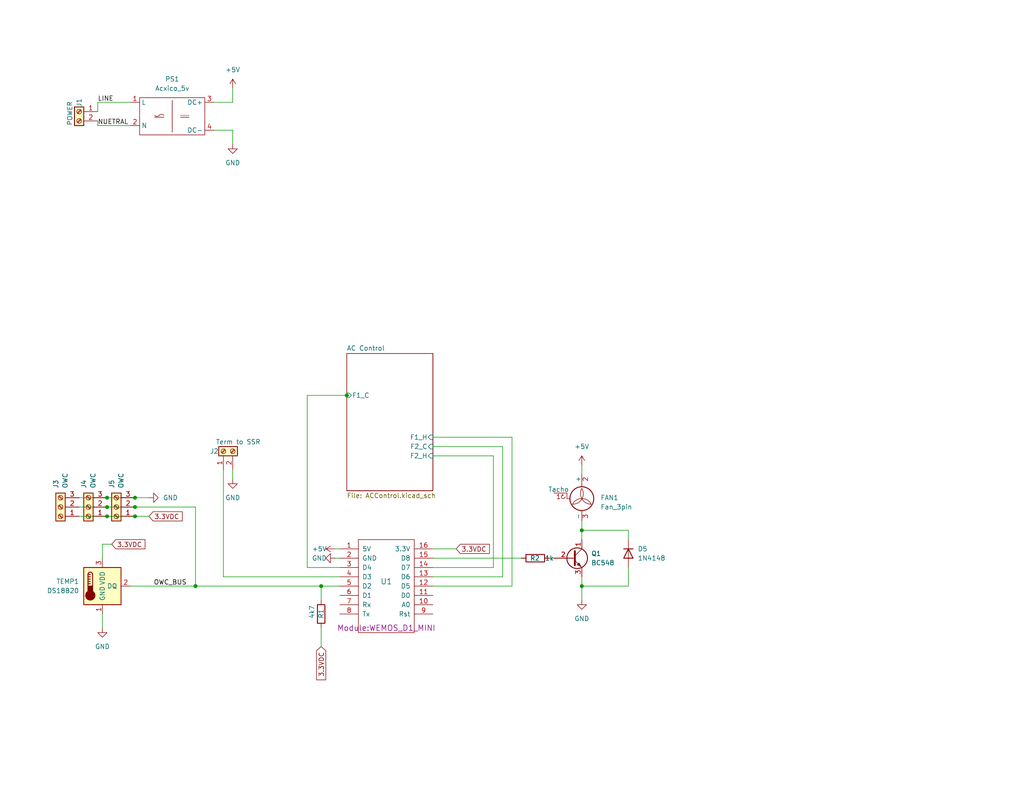
<source format=kicad_sch>
(kicad_sch (version 20211123) (generator eeschema)
  (paper "USLetter")
  (title_block (title "Glycol/Fermenter Control Circuit") (date "2023-01-31") (rev "1.0"))
  (lib_symbols
    (symbol "Connector:Screw_Terminal_01x02" (pin_names (offset 1.016) hide)
      (property "Reference" "J" (at 0 2.54 0))
      (property "Value" "Screw_Terminal_01x02" (at 0 -5.08 0))
      (symbol "Screw_Terminal_01x02_1_1"
        (rectangle (start -1.27 1.27) (end 1.27 -3.81) (stroke (width 0.254)) (fill (type background)))
        (circle (center 0 -2.54) (radius 0.635) (stroke (width 0.1524)))
        (polyline (pts (xy -0.5334 -2.2098) (xy 0.3302 -3.048)) (stroke (width 0.1524)))
        (polyline (pts (xy -0.5334 0.3302) (xy 0.3302 -0.508)) (stroke (width 0.1524)))
        (polyline (pts (xy -0.3556 -2.032) (xy 0.508 -2.8702)) (stroke (width 0.1524)))
        (polyline (pts (xy -0.3556 0.508) (xy 0.508 -0.3302)) (stroke (width 0.1524)))
        (circle (center 0 0) (radius 0.635) (stroke (width 0.1524)))
        (pin passive line (at -5.08 0 0) (length 3.81) (name "Pin_1") (number "1"))
        (pin passive line (at -5.08 -2.54 0) (length 3.81) (name "Pin_2") (number "2"))
      )
    )
    (symbol "Connector:Screw_Terminal_01x03" (pin_names (offset 1.016) hide)
      (property "Reference" "J" (at 0 5.08 0))
      (property "Value" "Screw_Terminal_01x03" (at 0 -5.08 0))
      (symbol "Screw_Terminal_01x03_1_1"
        (rectangle (start -1.27 3.81) (end 1.27 -3.81) (stroke (width 0.254)) (fill (type background)))
        (circle (center 0 -2.54) (radius 0.635) (stroke (width 0.1524)))
        (polyline (pts (xy -0.5334 -2.2098) (xy 0.3302 -3.048)) (stroke (width 0.1524)))
        (polyline (pts (xy -0.5334 0.3302) (xy 0.3302 -0.508)) (stroke (width 0.1524)))
        (polyline (pts (xy -0.5334 2.8702) (xy 0.3302 2.032)) (stroke (width 0.1524)))
        (polyline (pts (xy -0.3556 -2.032) (xy 0.508 -2.8702)) (stroke (width 0.1524)))
        (polyline (pts (xy -0.3556 0.508) (xy 0.508 -0.3302)) (stroke (width 0.1524)))
        (polyline (pts (xy -0.3556 3.048) (xy 0.508 2.2098)) (stroke (width 0.1524)))
        (circle (center 0 0) (radius 0.635) (stroke (width 0.1524)))
        (circle (center 0 2.54) (radius 0.635) (stroke (width 0.1524)))
        (pin passive line (at -5.08 2.54 0) (length 3.81) (name "Pin_1") (number "1"))
        (pin passive line (at -5.08 0 0) (length 3.81) (name "Pin_2") (number "2"))
        (pin passive line (at -5.08 -2.54 0) (length 3.81) (name "Pin_3") (number "3"))
      )
    )
    (symbol "Converter_ACDC:Acxico_5v"
      (property "Reference" "PS" (at 0 6.35 0))
      (property "Value" "Acxico_5v" (at 0 -6.35 0))
      (symbol "Acxico_5v_0_1"
        (rectangle (start -8.89 5.08) (end 8.89 -5.08))
        (arc (start -4.826 0.254) (mid -4.191 -0.0089) (end -3.556 0.254))
        (arc (start -2.286 0.254) (mid -2.921 0.516) (end -3.556 0.254))
        (polyline (pts (xy -4.826 -0.254) (xy -2.286 -0.254)))
        (polyline (pts (xy 0 4.318) (xy 0 -4.318)))
        (polyline (pts (xy 2.286 -0.254) (xy 4.572 -0.254)))
        (polyline (pts (xy 2.286 0.254) (xy 2.54 0.254)))
        (polyline (pts (xy 2.794 0.254) (xy 3.048 0.254)))
        (polyline (pts (xy 3.302 0.254) (xy 3.556 0.254)))
        (polyline (pts (xy 3.81 0.254) (xy 4.064 0.254)))
        (polyline (pts (xy 4.318 0.254) (xy 4.572 0.254)))
      )
      (symbol "Acxico_5v_1_1"
        (pin input line (at -11.43 3.81 0) (length 2.54) (name "L") (number "1"))
        (pin input line (at -11.43 -2.54 0) (length 2.54) (name "N") (number "2"))
        (pin output line (at 11.43 3.81 180) (length 2.54) (name "DC+") (number "3"))
        (pin output line (at 11.43 -3.81 180) (length 2.54) (name "DC-") (number "4"))
      )
    )
    (symbol "Device:R" (pin_numbers hide) (pin_names (offset 0))
      (property "Reference" "R" (at 2.032 0 90))
      (property "Value" "R" (at 0 0 90))
      (symbol "R_0_1"
        (rectangle (start -1.016 -2.54) (end 1.016 2.54) (stroke (width 0.254)))
      )
      (symbol "R_1_1"
        (pin passive line (at 0 3.81 270) (length 1.27) (name "~") (number "1"))
        (pin passive line (at 0 -3.81 90) (length 1.27) (name "~") (number "2"))
      )
    )
    (symbol "Diode:1N4148" (pin_numbers hide) (pin_names hide)
      (property "Reference" "D" (at 0 2.54 0))
      (property "Value" "1N4148" (at 0 -2.54 0))
      (symbol "1N4148_0_1"
        (polyline (pts (xy -1.27 1.27) (xy -1.27 -1.27)) (stroke (width 0.254)))
        (polyline (pts (xy 1.27 0) (xy -1.27 0)))
        (polyline (pts (xy 1.27 1.27) (xy 1.27 -1.27) (xy -1.27 0) (xy 1.27 1.27)) (stroke (width 0.254)))
      )
      (symbol "1N4148_1_1"
        (pin passive line (at -3.81 0 0) (length 2.54) (name "K") (number "1"))
        (pin passive line (at 3.81 0 180) (length 2.54) (name "A") (number "2"))
      )
    )
    (symbol "Glycol_Chiller-rescue:WeMos_mini-wemos_mini" (pin_names (offset 1.016))
      (property "Reference" "U" (at 0 12.7 0))
      (property "Value" "WeMos_mini-wemos_mini" (at 0 -12.7 0))
      (symbol "WeMos_mini-wemos_mini_0_1"
        (rectangle (start -7.62 11.43) (end 7.62 -13.97))
      )
      (symbol "WeMos_mini-wemos_mini_1_1"
        (pin power_in line (at -12.7 8.89 0) (length 5.08) (name "5V") (number "1"))
        (pin bidirectional line (at 12.7 -6.35 180) (length 5.08) (name "A0") (number "10"))
        (pin bidirectional line (at 12.7 -3.81 180) (length 5.08) (name "D0") (number "11"))
        (pin bidirectional line (at 12.7 -1.27 180) (length 5.08) (name "D5") (number "12"))
        (pin bidirectional line (at 12.7 1.27 180) (length 5.08) (name "D6") (number "13"))
        (pin bidirectional line (at 12.7 3.81 180) (length 5.08) (name "D7") (number "14"))
        (pin bidirectional line (at 12.7 6.35 180) (length 5.08) (name "D8") (number "15"))
        (pin power_out line (at 12.7 8.89 180) (length 5.08) (name "3.3V") (number "16"))
        (pin power_in line (at -12.7 6.35 0) (length 5.08) (name "GND") (number "2"))
        (pin bidirectional line (at -12.7 3.81 0) (length 5.08) (name "D4") (number "3"))
        (pin bidirectional line (at -12.7 1.27 0) (length 5.08) (name "D3") (number "4"))
        (pin bidirectional line (at -12.7 -1.27 0) (length 5.08) (name "D2") (number "5"))
        (pin bidirectional line (at -12.7 -3.81 0) (length 5.08) (name "D1") (number "6"))
        (pin bidirectional line (at -12.7 -6.35 0) (length 5.08) (name "Rx") (number "7"))
        (pin bidirectional line (at -12.7 -8.89 0) (length 5.08) (name "Tx") (number "8"))
        (pin bidirectional line (at 12.7 -8.89 180) (length 5.08) (name "Rst") (number "9"))
      )
    )
    (symbol "Motor:Fan_3pin" (pin_names (offset 0))
      (property "Reference" "M" (at 2.54 2.54 0))
      (property "Value" "Fan_3pin" (at 2.54 -5.08 0))
      (symbol "Fan_3pin_0_0"
        (arc (start -5.588 -1.016) (mid -5.08 -1.524) (end -4.572 -1.016))
        (arc (start -5.08 -0.508) (mid -5.4392 -0.6568) (end -5.588 -1.016))
        (polyline (pts (xy -5.08 -0.508) (xy -5.334 -0.381)))
        (polyline (pts (xy -5.08 -0.508) (xy -5.207 -0.762)))
        (polyline (pts (xy -4.064 0) (xy -4.064 -1.524) (xy -3.302 -1.524)))
      )
      (symbol "Fan_3pin_0_1"
        (arc (start -2.54 -3.048) (mid 0.0028 -1.6279) (end 0 1.27))
        (circle (center 0 -1.524) (radius 3.2512) (stroke (width 0.254)))
        (polyline (pts (xy -4.064 0) (xy -5.08 0)))
        (polyline (pts (xy 0 -7.62) (xy 0 -7.112)))
        (polyline (pts (xy 0 -4.7752) (xy 0 -5.1816)))
        (polyline (pts (xy 0 1.7272) (xy 0 2.0828)))
        (polyline (pts (xy 0 2.032) (xy 0 2.54)))
        (arc (start 0 1.27) (mid 0.053 -1.619) (end 2.54 -3.048))
        (arc (start 2.54 -3.048) (mid 0 -1.4782) (end -2.54 -3.048))
      )
      (symbol "Fan_3pin_1_1"
        (pin passive line (at -7.62 0 0) (length 2.54) (name "Tacho") (number "1"))
        (pin passive line (at 0 5.08 270) (length 2.54) (name "+") (number "2"))
        (pin passive line (at 0 -7.62 90) (length 2.54) (name "-") (number "3"))
      )
    )
    (symbol "Sensor_Temperature:DS18B20" (pin_names (offset 1.016))
      (property "Reference" "U" (at -3.81 6.35 0))
      (property "Value" "DS18B20" (at 6.35 6.35 0))
      (symbol "DS18B20_0_1"
        (rectangle (start -5.08 5.08) (end 5.08 -5.08) (stroke (width 0.254)) (fill (type background)))
        (circle (center -3.302 -2.54) (radius 1.27) (stroke (width 0.254)) (fill (type outline)))
        (rectangle (start -2.667 -1.905) (end -3.937 0) (stroke (width 0.254)) (fill (type outline)))
        (arc (start -2.667 3.175) (mid -3.302 3.81) (end -3.937 3.175) (stroke (width 0.254)))
        (polyline (pts (xy -3.937 0.635) (xy -3.302 0.635)) (stroke (width 0.254)))
        (polyline (pts (xy -3.937 1.27) (xy -3.302 1.27)) (stroke (width 0.254)))
        (polyline (pts (xy -3.937 1.905) (xy -3.302 1.905)) (stroke (width 0.254)))
        (polyline (pts (xy -3.937 2.54) (xy -3.302 2.54)) (stroke (width 0.254)))
        (polyline (pts (xy -3.937 3.175) (xy -3.937 0)) (stroke (width 0.254)))
        (polyline (pts (xy -3.937 3.175) (xy -3.302 3.175)) (stroke (width 0.254)))
        (polyline (pts (xy -2.667 3.175) (xy -2.667 0)) (stroke (width 0.254)))
      )
      (symbol "DS18B20_1_1"
        (pin power_in line (at 0 -7.62 90) (length 2.54) (name "GND") (number "1"))
        (pin bidirectional line (at 7.62 0 180) (length 2.54) (name "DQ") (number "2"))
        (pin power_in line (at 0 7.62 270) (length 2.54) (name "VDD") (number "3"))
      )
    )
    (symbol "Transistor_BJT:BC548" (pin_names (offset 0) hide)
      (property "Reference" "Q" (at 5.08 1.905 0))
      (property "Value" "BC548" (at 5.08 0 0))
      (symbol "BC548_0_1"
        (polyline (pts (xy 0 0) (xy 0.635 0)))
        (polyline (pts (xy 0.635 0.635) (xy 2.54 2.54)))
        (polyline (pts (xy 0.635 -0.635) (xy 2.54 -2.54) (xy 2.54 -2.54)))
        (polyline (pts (xy 0.635 1.905) (xy 0.635 -1.905) (xy 0.635 -1.905)) (stroke (width 0.508)))
        (polyline (pts (xy 1.27 -1.778) (xy 1.778 -1.27) (xy 2.286 -2.286) (xy 1.27 -1.778) (xy 1.27 -1.778)) (fill (type outline)))
        (circle (center 1.27 0) (radius 2.8194) (stroke (width 0.254)))
      )
      (symbol "BC548_1_1"
        (pin passive line (at 2.54 5.08 270) (length 2.54) (name "C") (number "1"))
        (pin input line (at -5.08 0 0) (length 5.08) (name "B") (number "2"))
        (pin passive line (at 2.54 -5.08 90) (length 2.54) (name "E") (number "3"))
      )
    )
    (symbol "power:+5V" (power) (pin_names (offset 0))
      (property "Value" "+5V" (at 0 3.556 0))
      (symbol "+5V_0_1"
        (polyline (pts (xy -0.762 1.27) (xy 0 2.54)))
        (polyline (pts (xy 0 0) (xy 0 2.54)))
        (polyline (pts (xy 0 2.54) (xy 0.762 1.27)))
      )
      (symbol "+5V_1_1"
        (pin power_in line (at 0 0 90) (length 0) hide (name "+5V") (number "1"))
      )
    )
    (symbol "power:GND" (power) (pin_names (offset 0))
      (property "Value" "GND" (at 0 -3.81 0))
      (symbol "GND_0_1"
        (polyline (pts (xy 0 0) (xy 0 -1.27) (xy 1.27 -1.27) (xy 0 -2.54) (xy -1.27 -1.27) (xy 0 -1.27)))
      )
      (symbol "GND_1_1"
        (pin power_in line (at 0 0 270) (length 0) hide (name "GND") (number "1"))
      )
    )
  )
  (junction (at 158.75 144.78))
  (junction (at 87.63 160.02))
  (junction (at 36.83 140.97))
  (junction (at 29.21 135.89))
  (junction (at 29.21 140.97))
  (junction (at 36.83 135.89))
  (junction (at 36.83 138.43))
  (junction (at 158.75 160.02))
  (junction (at 94.615 107.95))
  (junction (at 29.21 138.43))
  (junction (at 53.34 160.02))
  (wire (pts (xy 29.21 140.97) (xy 36.83 140.97)))
  (wire (pts (xy 35.56 160.02) (xy 53.34 160.02)))
  (wire (pts (xy 53.34 160.02) (xy 87.63 160.02)))
  (wire (pts (xy 60.96 128.27) (xy 60.96 157.48)))
  (wire (pts (xy 26.67 33.02) (xy 26.67 34.29)))
  (wire (pts (xy 137.16 121.92) (xy 118.11 121.92)))
  (wire (pts (xy 63.5 128.27) (xy 63.5 130.81)))
  (wire (pts (xy 118.11 119.38) (xy 139.7 119.38)))
  (wire (pts (xy 29.21 138.43) (xy 36.83 138.43)))
  (wire (pts (xy 26.67 34.29) (xy 35.56 34.29)))
  (wire (pts (xy 118.11 152.4) (xy 142.24 152.4)))
  (wire (pts (xy 118.11 157.48) (xy 137.16 157.48)))
  (wire (pts (xy 58.42 35.56) (xy 63.5 35.56)))
  (wire (pts (xy 91.44 152.4) (xy 92.71 152.4)))
  (wire (pts (xy 87.63 171.45) (xy 87.63 176.53)))
  (wire (pts (xy 158.75 144.78) (xy 158.75 147.32)))
  (wire (pts (xy 171.45 144.78) (xy 171.45 147.32)))
  (wire (pts (xy 60.96 157.48) (xy 92.71 157.48)))
  (wire (pts (xy 91.44 149.86) (xy 92.71 149.86)))
  (wire (pts (xy 158.75 127) (xy 158.75 129.54)))
  (wire (pts (xy 158.75 160.02) (xy 158.75 163.83)))
  (wire (pts (xy 87.63 160.02) (xy 92.71 160.02)))
  (wire (pts (xy 21.59 135.89) (xy 29.21 135.89)))
  (wire (pts (xy 134.62 154.94) (xy 134.62 124.46)))
  (wire (pts (xy 83.82 107.95) (xy 94.615 107.95)))
  (wire (pts (xy 27.94 152.4) (xy 27.94 148.59)))
  (wire (pts (xy 158.75 144.78) (xy 171.45 144.78)))
  (wire (pts (xy 36.83 135.89) (xy 40.64 135.89)))
  (wire (pts (xy 63.5 24.13) (xy 63.5 27.94)))
  (wire (pts (xy 29.21 135.89) (xy 36.83 135.89)))
  (wire (pts (xy 171.45 160.02) (xy 171.45 154.94)))
  (wire (pts (xy 137.16 157.48) (xy 137.16 121.92)))
  (wire (pts (xy 36.83 140.97) (xy 40.64 140.97)))
  (wire (pts (xy 26.67 30.48) (xy 26.67 27.94)))
  (wire (pts (xy 139.7 119.38) (xy 139.7 160.02)))
  (wire (pts (xy 118.11 124.46) (xy 134.62 124.46)))
  (wire (pts (xy 94.615 107.95) (xy 95.25 107.95)))
  (wire (pts (xy 63.5 35.56) (xy 63.5 39.37)))
  (wire (pts (xy 118.11 160.02) (xy 139.7 160.02)))
  (wire (pts (xy 53.34 138.43) (xy 53.34 160.02)))
  (wire (pts (xy 83.82 154.94) (xy 83.82 107.95)))
  (wire (pts (xy 118.11 149.86) (xy 124.46 149.86)))
  (wire (pts (xy 92.71 154.94) (xy 83.82 154.94)))
  (wire (pts (xy 26.67 27.94) (xy 35.56 27.94)))
  (wire (pts (xy 36.83 138.43) (xy 53.34 138.43)))
  (wire (pts (xy 118.11 154.94) (xy 134.62 154.94)))
  (wire (pts (xy 149.86 152.4) (xy 151.13 152.4)))
  (wire (pts (xy 158.75 142.24) (xy 158.75 144.78)))
  (wire (pts (xy 58.42 27.94) (xy 63.5 27.94)))
  (wire (pts (xy 158.75 157.48) (xy 158.75 160.02)))
  (wire (pts (xy 87.63 163.83) (xy 87.63 160.02)))
  (wire (pts (xy 21.59 140.97) (xy 29.21 140.97)))
  (wire (pts (xy 158.75 160.02) (xy 171.45 160.02)))
  (wire (pts (xy 27.94 167.64) (xy 27.94 171.45)))
  (wire (pts (xy 21.59 138.43) (xy 29.21 138.43)))
  (wire (pts (xy 27.94 148.59) (xy 30.48 148.59)))
  (label "OWC_BUS" (at 41.91 160.02 0))
  (label "NUETRAL" (at 26.67 34.29 0))
  (label "LINE" (at 26.67 27.94 0))
  (global_label "3.3VDC" (shape input) (at 30.48 148.59 0) (property "Intersheet References" "${INTERSHEET_REFS}" (effects hide)))
  (global_label "3.3VDC" (shape input) (at 124.46 149.86 0) (property "Intersheet References" "${INTERSHEET_REFS}" (effects hide)))
  (global_label "3.3VDC" (shape input) (at 40.64 140.97 0) (property "Intersheet References" "${INTERSHEET_REFS}" (effects hide)))
  (global_label "3.3VDC" (shape input) (at 87.63 176.53 270) (property "Intersheet References" "${INTERSHEET_REFS}" (effects hide)))
  (symbol (lib_id "Glycol_Chiller-rescue:WeMos_mini-wemos_mini") (at 105.41 158.75 0) (unit 1)
    (property "Reference" "U1" (at 105.41 158.75 0) (effects (font (size 1.524 1.524))))
    (property "Value" "WeMos_mini" (effects hide))
    (property "Footprint" "Module:WEMOS_D1_MINI" (at 105.41 171.45 0) (effects (font (size 1.524 1.524))))
    (property "Datasheet" "http://www.wemos.cc/Products/d1_mini.html" (effects hide))
  )
  (symbol (lib_id "Connector:Screw_Terminal_01x02") (at 60.96 123.19 90) (unit 1)
    (property "Reference" "J2" (at 59.69 123.19 90) (effects (justify left)))
    (property "Value" "Term to SSR" (at 71.12 120.65 90) (effects (justify left)))
    (property "Footprint" "TerminalBlock:TerminalBlock_Altech_AK300-2_P5.00mm" (effects hide))
  )
  (symbol (lib_id "power:GND") (at 63.5 130.81 0) (unit 1)
    (property "Reference" "#PWR0105" (effects hide))
    (property "Value" "GND" (at 63.5 135.89 0))
  )
  (symbol (lib_id "Connector:Screw_Terminal_01x03") (at 31.75 138.43 180) (unit 1)
    (property "Reference" "J5" (at 30.4799 133.35 90) (effects (justify right)))
    (property "Value" "OWC" (at 33.0199 133.35 90) (effects (justify right)))
    (property "Footprint" "Connector_JST:JST_XH_B3B-XH-AM_1x03_P2.50mm_Vertical" (effects hide))
  )
  (symbol (lib_id "Connector:Screw_Terminal_01x02") (at 21.59 30.48 0) (mirror y) (unit 1)
    (property "Reference" "J1" (at 21.59 29.21 90) (effects (justify left)))
    (property "Value" "POWER" (at 19.05 34.29 90) (effects (justify left)))
    (property "Footprint" "TerminalBlock:TerminalBlock_Altech_AK300-2_P5.00mm" (effects hide))
  )
  (symbol (lib_id "Diode:1N4148") (at 171.45 151.13 270) (unit 1)
    (property "Reference" "D5" (at 173.99 149.8599 90) (effects (justify left)))
    (property "Value" "1N4148" (at 173.99 152.3999 90) (effects (justify left)))
    (property "Footprint" "Diode_SMD:D_SOD-323F" (effects hide))
    (property "Datasheet" "https://assets.nexperia.com/documents/data-sheet/1N4148_1N4448.pdf" (effects hide))
  )
  (symbol (lib_id "Device:R") (at 146.05 152.4 90) (unit 1)
    (property "Reference" "R2" (at 147.32 152.4 90) (effects (justify left)))
    (property "Value" "1k" (at 151.13 152.4 90) (effects (justify left)))
    (property "Footprint" "Resistor_THT:R_Axial_DIN0207_L6.3mm_D2.5mm_P7.62mm_Horizontal" (effects hide))
  )
  (symbol (lib_id "Device:R") (at 87.63 167.64 0) (unit 1)
    (property "Reference" "R1" (at 87.63 168.91 90) (effects (justify left)))
    (property "Value" "4k7" (at 85.09 168.91 90) (effects (justify left)))
    (property "Footprint" "Resistor_THT:R_Axial_DIN0207_L6.3mm_D2.5mm_P7.62mm_Horizontal" (effects hide))
  )
  (symbol (lib_id "Connector:Screw_Terminal_01x03") (at 24.13 138.43 180) (unit 1)
    (property "Reference" "J4" (at 22.8599 133.35 90) (effects (justify right)))
    (property "Value" "OWC" (at 25.3999 133.35 90) (effects (justify right)))
    (property "Footprint" "Connector_JST:JST_XH_B3B-XH-AM_1x03_P2.50mm_Vertical" (effects hide))
  )
  (symbol (lib_id "power:+5V") (at 158.75 127 0) (unit 1)
    (property "Reference" "#PWR0103" (effects hide))
    (property "Value" "+5V" (at 158.75 121.92 0))
  )
  (symbol (lib_id "Converter_ACDC:Acxico_5v") (at 46.99 31.75 0) (unit 1)
    (property "Reference" "PS1" (at 46.99 21.59 0))
    (property "Value" "Acxico_5v" (at 46.99 24.13 0))
    (property "Footprint" "Power:Acxico 5V 700mA Board Module Mini AC-DC 120V to 5V Power Supply" (effects hide))
  )
  (symbol (lib_id "power:GND") (at 27.94 171.45 0) (unit 1)
    (property "Reference" "#PWR0104" (effects hide))
    (property "Value" "GND" (at 27.94 176.53 0))
  )
  (symbol (lib_id "power:+5V") (at 63.5 24.13 0) (unit 1)
    (property "Reference" "#PWR0102" (effects hide))
    (property "Value" "+5V" (at 63.5 19.05 0))
  )
  (symbol (lib_id "Connector:Screw_Terminal_01x03") (at 16.51 138.43 180) (unit 1)
    (property "Reference" "J3" (at 15.2399 133.35 90) (effects (justify right)))
    (property "Value" "OWC" (at 17.7799 133.35 90) (effects (justify right)))
    (property "Footprint" "Connector_JST:JST_XH_B3B-XH-AM_1x03_P2.50mm_Vertical" (effects hide))
  )
  (symbol (lib_id "power:GND") (at 63.5 39.37 0) (unit 1)
    (property "Reference" "#PWR0101" (effects hide))
    (property "Value" "GND" (at 63.5 44.45 0))
  )
  (symbol (lib_id "power:GND") (at 158.75 163.83 0) (unit 1)
    (property "Reference" "#PWR0109" (effects hide))
    (property "Value" "GND" (at 158.75 168.91 0))
  )
  (symbol (lib_id "Sensor_Temperature:DS18B20") (at 27.94 160.02 0) (unit 1)
    (property "Reference" "TEMP1" (at 21.59 158.7499 0) (effects (justify right)))
    (property "Value" "DS18B20" (at 21.59 161.2899 0) (effects (justify right)))
    (property "Footprint" "Package_TO_SOT_THT:TO-92_Inline" (effects hide))
    (property "Datasheet" "http://datasheets.maximintegrated.com/en/ds/DS18B20.pdf" (effects hide))
  )
  (symbol (lib_id "power:GND") (at 91.44 152.4 270) (unit 1)
    (property "Reference" "#PWR0111" (effects hide))
    (property "Value" "GND" (at 85.09 152.4 90) (effects (justify left)))
  )
  (symbol (lib_id "power:GND") (at 40.64 135.89 90) (unit 1)
    (property "Reference" "#PWR0106" (effects hide))
    (property "Value" "GND" (at 44.45 135.8899 90) (effects (justify right)))
  )
  (symbol (lib_id "power:+5V") (at 91.44 149.86 90) (unit 1)
    (property "Reference" "#PWR0110" (effects hide))
    (property "Value" "+5V" (at 85.09 149.86 90) (effects (justify right)))
  )
  (symbol (lib_id "Motor:Fan_3pin") (at 158.75 134.62 0) (unit 1)
    (property "Reference" "FAN1" (at 163.83 135.8899 0) (effects (justify left)))
    (property "Value" "Fan_3pin" (at 163.83 138.4299 0) (effects (justify left)))
    (property "Footprint" "Connector_JST:JST_XH_B3B-XH-AM_1x03_P2.50mm_Vertical" (effects hide))
    (property "Datasheet" "https://www.amazon.com/Noctua-Cooling-Bearing-NF-A4X10-FLX-5V/dp/B00NEMGCIA" (effects hide))
  )
  (symbol (lib_id "Transistor_BJT:BC548") (at 156.21 152.4 0) (unit 1)
    (property "Reference" "Q1" (at 161.29 151.1299 0) (effects (justify left)))
    (property "Value" "BC548" (at 161.29 153.6699 0) (effects (justify left)))
    (property "Footprint" "Package_TO_SOT_THT:TO-92_Inline" (effects hide))
    (property "Datasheet" "https://www.onsemi.com/pub/Collateral/BC550-D.pdf" (effects hide))
  )
  (sheet (at 94.615 96.52) (size 23.495 37.465) (stroke (width 0.1524))
    (property "Sheet name" "AC Control" (at 94.615 95.8084 0) (effects (justify left bottom)))
    (property "Sheet file" "ACControl.kicad_sch" (at 94.615 134.5696 0) (effects (justify left top)))
    (pin "F1_H" input (at 118.11 119.38 0))
    (pin "F2_H" input (at 118.11 124.46 0))
    (pin "F2_C" input (at 118.11 121.92 0))
    (pin "F1_C" input (at 94.615 107.95 180))
  )
)
</source>
